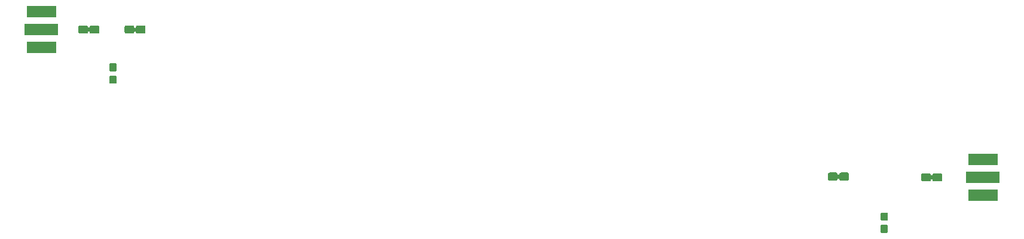
<source format=gbr>
G04 #@! TF.GenerationSoftware,KiCad,Pcbnew,5.1.2-f72e74a~84~ubuntu18.04.1*
G04 #@! TF.CreationDate,2019-11-13T16:28:08+01:00*
G04 #@! TF.ProjectId,filter_without_ind_cap,66696c74-6572-45f7-9769-74686f75745f,rev?*
G04 #@! TF.SameCoordinates,Original*
G04 #@! TF.FileFunction,Soldermask,Top*
G04 #@! TF.FilePolarity,Negative*
%FSLAX46Y46*%
G04 Gerber Fmt 4.6, Leading zero omitted, Abs format (unit mm)*
G04 Created by KiCad (PCBNEW 5.1.2-f72e74a~84~ubuntu18.04.1) date 2019-11-13 16:28:08*
%MOMM*%
%LPD*%
G04 APERTURE LIST*
%ADD10C,0.100000*%
G04 APERTURE END LIST*
D10*
G36*
X204834499Y-119188445D02*
G01*
X204871995Y-119199820D01*
X204906554Y-119218292D01*
X204936847Y-119243153D01*
X204961708Y-119273446D01*
X204980180Y-119308005D01*
X204991555Y-119345501D01*
X204996000Y-119390638D01*
X204996000Y-120129362D01*
X204991555Y-120174499D01*
X204980180Y-120211995D01*
X204961708Y-120246554D01*
X204936847Y-120276847D01*
X204906554Y-120301708D01*
X204871995Y-120320180D01*
X204834499Y-120331555D01*
X204789362Y-120336000D01*
X204150638Y-120336000D01*
X204105501Y-120331555D01*
X204068005Y-120320180D01*
X204033446Y-120301708D01*
X204003153Y-120276847D01*
X203978292Y-120246554D01*
X203959820Y-120211995D01*
X203948445Y-120174499D01*
X203944000Y-120129362D01*
X203944000Y-119390638D01*
X203948445Y-119345501D01*
X203959820Y-119308005D01*
X203978292Y-119273446D01*
X204003153Y-119243153D01*
X204033446Y-119218292D01*
X204068005Y-119199820D01*
X204105501Y-119188445D01*
X204150638Y-119184000D01*
X204789362Y-119184000D01*
X204834499Y-119188445D01*
X204834499Y-119188445D01*
G37*
G36*
X204834499Y-117438445D02*
G01*
X204871995Y-117449820D01*
X204906554Y-117468292D01*
X204936847Y-117493153D01*
X204961708Y-117523446D01*
X204980180Y-117558005D01*
X204991555Y-117595501D01*
X204996000Y-117640638D01*
X204996000Y-118379362D01*
X204991555Y-118424499D01*
X204980180Y-118461995D01*
X204961708Y-118496554D01*
X204936847Y-118526847D01*
X204906554Y-118551708D01*
X204871995Y-118570180D01*
X204834499Y-118581555D01*
X204789362Y-118586000D01*
X204150638Y-118586000D01*
X204105501Y-118581555D01*
X204068005Y-118570180D01*
X204033446Y-118551708D01*
X204003153Y-118526847D01*
X203978292Y-118496554D01*
X203959820Y-118461995D01*
X203948445Y-118424499D01*
X203944000Y-118379362D01*
X203944000Y-117640638D01*
X203948445Y-117595501D01*
X203959820Y-117558005D01*
X203978292Y-117523446D01*
X204003153Y-117493153D01*
X204033446Y-117468292D01*
X204068005Y-117449820D01*
X204105501Y-117438445D01*
X204150638Y-117434000D01*
X204789362Y-117434000D01*
X204834499Y-117438445D01*
X204834499Y-117438445D01*
G37*
G36*
X220521000Y-115761000D02*
G01*
X216359000Y-115761000D01*
X216359000Y-114139000D01*
X220521000Y-114139000D01*
X220521000Y-115761000D01*
X220521000Y-115761000D01*
G37*
G36*
X220791000Y-113221000D02*
G01*
X216089000Y-113221000D01*
X216089000Y-111599000D01*
X220791000Y-111599000D01*
X220791000Y-113221000D01*
X220791000Y-113221000D01*
G37*
G36*
X210897811Y-111858605D02*
G01*
X210936867Y-111870453D01*
X210972862Y-111889693D01*
X211004414Y-111915586D01*
X211030307Y-111947138D01*
X211049547Y-111983133D01*
X211061395Y-112022189D01*
X211065603Y-112064918D01*
X211070383Y-112088951D01*
X211079761Y-112111590D01*
X211093374Y-112131964D01*
X211110701Y-112149291D01*
X211131076Y-112162905D01*
X211153715Y-112172283D01*
X211177748Y-112177063D01*
X211202252Y-112177063D01*
X211226285Y-112172283D01*
X211248924Y-112162905D01*
X211269298Y-112149292D01*
X211286625Y-112131965D01*
X211300239Y-112111590D01*
X211309617Y-112088951D01*
X211314397Y-112064918D01*
X211318605Y-112022189D01*
X211330453Y-111983133D01*
X211349693Y-111947138D01*
X211375586Y-111915586D01*
X211407138Y-111889693D01*
X211443133Y-111870453D01*
X211482189Y-111858605D01*
X211528949Y-111854000D01*
X212451051Y-111854000D01*
X212497811Y-111858605D01*
X212536867Y-111870453D01*
X212572862Y-111889693D01*
X212604414Y-111915586D01*
X212630307Y-111947138D01*
X212649547Y-111983133D01*
X212661395Y-112022189D01*
X212666000Y-112068949D01*
X212666000Y-112791051D01*
X212661395Y-112837811D01*
X212649547Y-112876867D01*
X212630307Y-112912862D01*
X212604414Y-112944414D01*
X212572862Y-112970307D01*
X212536867Y-112989547D01*
X212497811Y-113001395D01*
X212451051Y-113006000D01*
X211528949Y-113006000D01*
X211482189Y-113001395D01*
X211443133Y-112989547D01*
X211407138Y-112970307D01*
X211375586Y-112944414D01*
X211349693Y-112912862D01*
X211330453Y-112876867D01*
X211318605Y-112837811D01*
X211314397Y-112795082D01*
X211309617Y-112771049D01*
X211300239Y-112748410D01*
X211286626Y-112728036D01*
X211269299Y-112710709D01*
X211248924Y-112697095D01*
X211226285Y-112687717D01*
X211202252Y-112682937D01*
X211177748Y-112682937D01*
X211153715Y-112687717D01*
X211131076Y-112697095D01*
X211110702Y-112710708D01*
X211093375Y-112728035D01*
X211079761Y-112748410D01*
X211070383Y-112771049D01*
X211065603Y-112795082D01*
X211061395Y-112837811D01*
X211049547Y-112876867D01*
X211030307Y-112912862D01*
X211004414Y-112944414D01*
X210972862Y-112970307D01*
X210936867Y-112989547D01*
X210897811Y-113001395D01*
X210851051Y-113006000D01*
X209928949Y-113006000D01*
X209882189Y-113001395D01*
X209843133Y-112989547D01*
X209807138Y-112970307D01*
X209775586Y-112944414D01*
X209749693Y-112912862D01*
X209730453Y-112876867D01*
X209718605Y-112837811D01*
X209714000Y-112791051D01*
X209714000Y-112068949D01*
X209718605Y-112022189D01*
X209730453Y-111983133D01*
X209749693Y-111947138D01*
X209775586Y-111915586D01*
X209807138Y-111889693D01*
X209843133Y-111870453D01*
X209882189Y-111858605D01*
X209928949Y-111854000D01*
X210851051Y-111854000D01*
X210897811Y-111858605D01*
X210897811Y-111858605D01*
G37*
G36*
X197697811Y-111758605D02*
G01*
X197736867Y-111770453D01*
X197772862Y-111789693D01*
X197804414Y-111815586D01*
X197830307Y-111847138D01*
X197849547Y-111883133D01*
X197861395Y-111922189D01*
X197865603Y-111964918D01*
X197870383Y-111988951D01*
X197879761Y-112011590D01*
X197893374Y-112031964D01*
X197910701Y-112049291D01*
X197931076Y-112062905D01*
X197953715Y-112072283D01*
X197977748Y-112077063D01*
X198002252Y-112077063D01*
X198026285Y-112072283D01*
X198048924Y-112062905D01*
X198069298Y-112049292D01*
X198086625Y-112031965D01*
X198100239Y-112011590D01*
X198109617Y-111988951D01*
X198114397Y-111964918D01*
X198118605Y-111922189D01*
X198130453Y-111883133D01*
X198149693Y-111847138D01*
X198175586Y-111815586D01*
X198207138Y-111789693D01*
X198243133Y-111770453D01*
X198282189Y-111758605D01*
X198328949Y-111754000D01*
X199251051Y-111754000D01*
X199297811Y-111758605D01*
X199336867Y-111770453D01*
X199372862Y-111789693D01*
X199404414Y-111815586D01*
X199430307Y-111847138D01*
X199449547Y-111883133D01*
X199461395Y-111922189D01*
X199466000Y-111968949D01*
X199466000Y-112691051D01*
X199461395Y-112737811D01*
X199449547Y-112776867D01*
X199430307Y-112812862D01*
X199404414Y-112844414D01*
X199372862Y-112870307D01*
X199336867Y-112889547D01*
X199297811Y-112901395D01*
X199251051Y-112906000D01*
X198328949Y-112906000D01*
X198282189Y-112901395D01*
X198243133Y-112889547D01*
X198207138Y-112870307D01*
X198175586Y-112844414D01*
X198149693Y-112812862D01*
X198130453Y-112776867D01*
X198118605Y-112737811D01*
X198114397Y-112695082D01*
X198109617Y-112671049D01*
X198100239Y-112648410D01*
X198086626Y-112628036D01*
X198069299Y-112610709D01*
X198048924Y-112597095D01*
X198026285Y-112587717D01*
X198002252Y-112582937D01*
X197977748Y-112582937D01*
X197953715Y-112587717D01*
X197931076Y-112597095D01*
X197910702Y-112610708D01*
X197893375Y-112628035D01*
X197879761Y-112648410D01*
X197870383Y-112671049D01*
X197865603Y-112695082D01*
X197861395Y-112737811D01*
X197849547Y-112776867D01*
X197830307Y-112812862D01*
X197804414Y-112844414D01*
X197772862Y-112870307D01*
X197736867Y-112889547D01*
X197697811Y-112901395D01*
X197651051Y-112906000D01*
X196728949Y-112906000D01*
X196682189Y-112901395D01*
X196643133Y-112889547D01*
X196607138Y-112870307D01*
X196575586Y-112844414D01*
X196549693Y-112812862D01*
X196530453Y-112776867D01*
X196518605Y-112737811D01*
X196514000Y-112691051D01*
X196514000Y-111968949D01*
X196518605Y-111922189D01*
X196530453Y-111883133D01*
X196549693Y-111847138D01*
X196575586Y-111815586D01*
X196607138Y-111789693D01*
X196643133Y-111770453D01*
X196682189Y-111758605D01*
X196728949Y-111754000D01*
X197651051Y-111754000D01*
X197697811Y-111758605D01*
X197697811Y-111758605D01*
G37*
G36*
X220521000Y-110681000D02*
G01*
X216359000Y-110681000D01*
X216359000Y-109059000D01*
X220521000Y-109059000D01*
X220521000Y-110681000D01*
X220521000Y-110681000D01*
G37*
G36*
X95614499Y-97988445D02*
G01*
X95651995Y-97999820D01*
X95686554Y-98018292D01*
X95716847Y-98043153D01*
X95741708Y-98073446D01*
X95760180Y-98108005D01*
X95771555Y-98145501D01*
X95776000Y-98190638D01*
X95776000Y-98929362D01*
X95771555Y-98974499D01*
X95760180Y-99011995D01*
X95741708Y-99046554D01*
X95716847Y-99076847D01*
X95686554Y-99101708D01*
X95651995Y-99120180D01*
X95614499Y-99131555D01*
X95569362Y-99136000D01*
X94930638Y-99136000D01*
X94885501Y-99131555D01*
X94848005Y-99120180D01*
X94813446Y-99101708D01*
X94783153Y-99076847D01*
X94758292Y-99046554D01*
X94739820Y-99011995D01*
X94728445Y-98974499D01*
X94724000Y-98929362D01*
X94724000Y-98190638D01*
X94728445Y-98145501D01*
X94739820Y-98108005D01*
X94758292Y-98073446D01*
X94783153Y-98043153D01*
X94813446Y-98018292D01*
X94848005Y-97999820D01*
X94885501Y-97988445D01*
X94930638Y-97984000D01*
X95569362Y-97984000D01*
X95614499Y-97988445D01*
X95614499Y-97988445D01*
G37*
G36*
X95614499Y-96238445D02*
G01*
X95651995Y-96249820D01*
X95686554Y-96268292D01*
X95716847Y-96293153D01*
X95741708Y-96323446D01*
X95760180Y-96358005D01*
X95771555Y-96395501D01*
X95776000Y-96440638D01*
X95776000Y-97179362D01*
X95771555Y-97224499D01*
X95760180Y-97261995D01*
X95741708Y-97296554D01*
X95716847Y-97326847D01*
X95686554Y-97351708D01*
X95651995Y-97370180D01*
X95614499Y-97381555D01*
X95569362Y-97386000D01*
X94930638Y-97386000D01*
X94885501Y-97381555D01*
X94848005Y-97370180D01*
X94813446Y-97351708D01*
X94783153Y-97326847D01*
X94758292Y-97296554D01*
X94739820Y-97261995D01*
X94728445Y-97224499D01*
X94724000Y-97179362D01*
X94724000Y-96440638D01*
X94728445Y-96395501D01*
X94739820Y-96358005D01*
X94758292Y-96323446D01*
X94783153Y-96293153D01*
X94813446Y-96268292D01*
X94848005Y-96249820D01*
X94885501Y-96238445D01*
X94930638Y-96234000D01*
X95569362Y-96234000D01*
X95614499Y-96238445D01*
X95614499Y-96238445D01*
G37*
G36*
X87171000Y-94791000D02*
G01*
X83009000Y-94791000D01*
X83009000Y-93169000D01*
X87171000Y-93169000D01*
X87171000Y-94791000D01*
X87171000Y-94791000D01*
G37*
G36*
X87441000Y-92251000D02*
G01*
X82739000Y-92251000D01*
X82739000Y-90629000D01*
X87441000Y-90629000D01*
X87441000Y-92251000D01*
X87441000Y-92251000D01*
G37*
G36*
X98067811Y-90868605D02*
G01*
X98106867Y-90880453D01*
X98142862Y-90899693D01*
X98174414Y-90925586D01*
X98200307Y-90957138D01*
X98219547Y-90993133D01*
X98231395Y-91032189D01*
X98235603Y-91074918D01*
X98240383Y-91098951D01*
X98249761Y-91121590D01*
X98263374Y-91141964D01*
X98280701Y-91159291D01*
X98301076Y-91172905D01*
X98323715Y-91182283D01*
X98347748Y-91187063D01*
X98372252Y-91187063D01*
X98396285Y-91182283D01*
X98418924Y-91172905D01*
X98439298Y-91159292D01*
X98456625Y-91141965D01*
X98470239Y-91121590D01*
X98479617Y-91098951D01*
X98484397Y-91074918D01*
X98488605Y-91032189D01*
X98500453Y-90993133D01*
X98519693Y-90957138D01*
X98545586Y-90925586D01*
X98577138Y-90899693D01*
X98613133Y-90880453D01*
X98652189Y-90868605D01*
X98698949Y-90864000D01*
X99621051Y-90864000D01*
X99667811Y-90868605D01*
X99706867Y-90880453D01*
X99742862Y-90899693D01*
X99774414Y-90925586D01*
X99800307Y-90957138D01*
X99819547Y-90993133D01*
X99831395Y-91032189D01*
X99836000Y-91078949D01*
X99836000Y-91801051D01*
X99831395Y-91847811D01*
X99819547Y-91886867D01*
X99800307Y-91922862D01*
X99774414Y-91954414D01*
X99742862Y-91980307D01*
X99706867Y-91999547D01*
X99667811Y-92011395D01*
X99621051Y-92016000D01*
X98698949Y-92016000D01*
X98652189Y-92011395D01*
X98613133Y-91999547D01*
X98577138Y-91980307D01*
X98545586Y-91954414D01*
X98519693Y-91922862D01*
X98500453Y-91886867D01*
X98488605Y-91847811D01*
X98484397Y-91805082D01*
X98479617Y-91781049D01*
X98470239Y-91758410D01*
X98456626Y-91738036D01*
X98439299Y-91720709D01*
X98418924Y-91707095D01*
X98396285Y-91697717D01*
X98372252Y-91692937D01*
X98347748Y-91692937D01*
X98323715Y-91697717D01*
X98301076Y-91707095D01*
X98280702Y-91720708D01*
X98263375Y-91738035D01*
X98249761Y-91758410D01*
X98240383Y-91781049D01*
X98235603Y-91805082D01*
X98231395Y-91847811D01*
X98219547Y-91886867D01*
X98200307Y-91922862D01*
X98174414Y-91954414D01*
X98142862Y-91980307D01*
X98106867Y-91999547D01*
X98067811Y-92011395D01*
X98021051Y-92016000D01*
X97098949Y-92016000D01*
X97052189Y-92011395D01*
X97013133Y-91999547D01*
X96977138Y-91980307D01*
X96945586Y-91954414D01*
X96919693Y-91922862D01*
X96900453Y-91886867D01*
X96888605Y-91847811D01*
X96884000Y-91801051D01*
X96884000Y-91078949D01*
X96888605Y-91032189D01*
X96900453Y-90993133D01*
X96919693Y-90957138D01*
X96945586Y-90925586D01*
X96977138Y-90899693D01*
X97013133Y-90880453D01*
X97052189Y-90868605D01*
X97098949Y-90864000D01*
X98021051Y-90864000D01*
X98067811Y-90868605D01*
X98067811Y-90868605D01*
G37*
G36*
X91517811Y-90868605D02*
G01*
X91556867Y-90880453D01*
X91592862Y-90899693D01*
X91624414Y-90925586D01*
X91650307Y-90957138D01*
X91669547Y-90993133D01*
X91681395Y-91032189D01*
X91685603Y-91074918D01*
X91690383Y-91098951D01*
X91699761Y-91121590D01*
X91713374Y-91141964D01*
X91730701Y-91159291D01*
X91751076Y-91172905D01*
X91773715Y-91182283D01*
X91797748Y-91187063D01*
X91822252Y-91187063D01*
X91846285Y-91182283D01*
X91868924Y-91172905D01*
X91889298Y-91159292D01*
X91906625Y-91141965D01*
X91920239Y-91121590D01*
X91929617Y-91098951D01*
X91934397Y-91074918D01*
X91938605Y-91032189D01*
X91950453Y-90993133D01*
X91969693Y-90957138D01*
X91995586Y-90925586D01*
X92027138Y-90899693D01*
X92063133Y-90880453D01*
X92102189Y-90868605D01*
X92148949Y-90864000D01*
X93071051Y-90864000D01*
X93117811Y-90868605D01*
X93156867Y-90880453D01*
X93192862Y-90899693D01*
X93224414Y-90925586D01*
X93250307Y-90957138D01*
X93269547Y-90993133D01*
X93281395Y-91032189D01*
X93286000Y-91078949D01*
X93286000Y-91801051D01*
X93281395Y-91847811D01*
X93269547Y-91886867D01*
X93250307Y-91922862D01*
X93224414Y-91954414D01*
X93192862Y-91980307D01*
X93156867Y-91999547D01*
X93117811Y-92011395D01*
X93071051Y-92016000D01*
X92148949Y-92016000D01*
X92102189Y-92011395D01*
X92063133Y-91999547D01*
X92027138Y-91980307D01*
X91995586Y-91954414D01*
X91969693Y-91922862D01*
X91950453Y-91886867D01*
X91938605Y-91847811D01*
X91934397Y-91805082D01*
X91929617Y-91781049D01*
X91920239Y-91758410D01*
X91906626Y-91738036D01*
X91889299Y-91720709D01*
X91868924Y-91707095D01*
X91846285Y-91697717D01*
X91822252Y-91692937D01*
X91797748Y-91692937D01*
X91773715Y-91697717D01*
X91751076Y-91707095D01*
X91730702Y-91720708D01*
X91713375Y-91738035D01*
X91699761Y-91758410D01*
X91690383Y-91781049D01*
X91685603Y-91805082D01*
X91681395Y-91847811D01*
X91669547Y-91886867D01*
X91650307Y-91922862D01*
X91624414Y-91954414D01*
X91592862Y-91980307D01*
X91556867Y-91999547D01*
X91517811Y-92011395D01*
X91471051Y-92016000D01*
X90548949Y-92016000D01*
X90502189Y-92011395D01*
X90463133Y-91999547D01*
X90427138Y-91980307D01*
X90395586Y-91954414D01*
X90369693Y-91922862D01*
X90350453Y-91886867D01*
X90338605Y-91847811D01*
X90334000Y-91801051D01*
X90334000Y-91078949D01*
X90338605Y-91032189D01*
X90350453Y-90993133D01*
X90369693Y-90957138D01*
X90395586Y-90925586D01*
X90427138Y-90899693D01*
X90463133Y-90880453D01*
X90502189Y-90868605D01*
X90548949Y-90864000D01*
X91471051Y-90864000D01*
X91517811Y-90868605D01*
X91517811Y-90868605D01*
G37*
G36*
X87171000Y-89711000D02*
G01*
X83009000Y-89711000D01*
X83009000Y-88089000D01*
X87171000Y-88089000D01*
X87171000Y-89711000D01*
X87171000Y-89711000D01*
G37*
M02*

</source>
